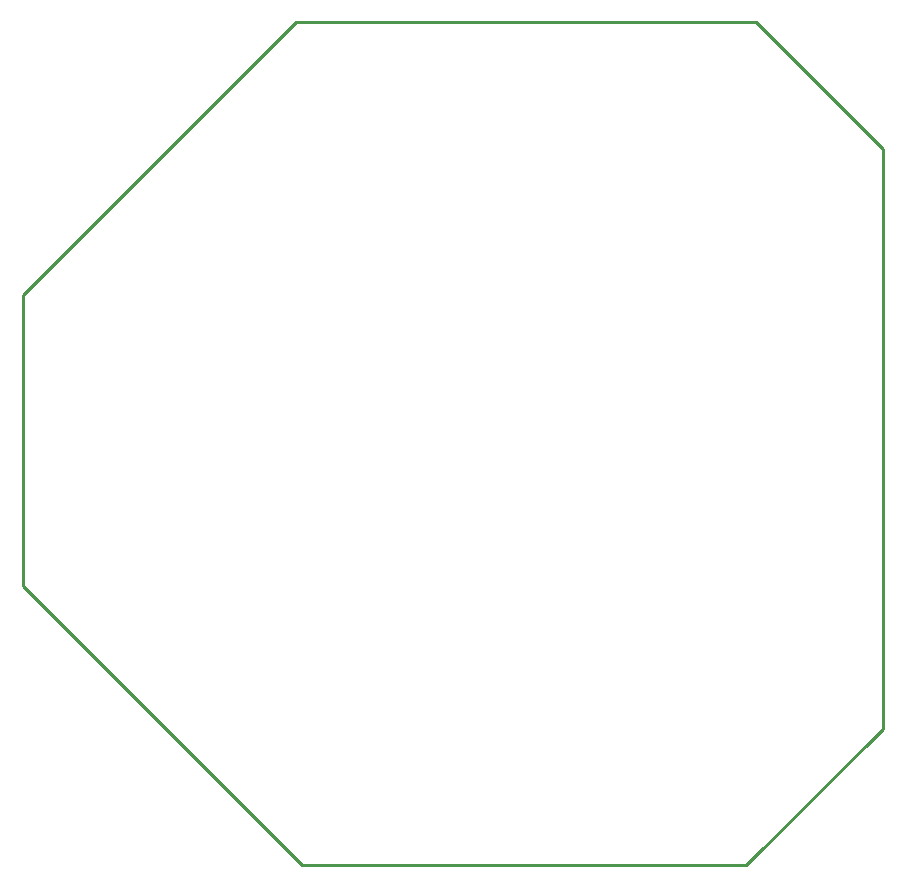
<source format=gko>
G04 Layer: BoardOutlineLayer*
G04 EasyEDA Pro v2.1.64.d1969c9c.217bcf, 2024-09-27 00:26:44*
G04 Gerber Generator version 0.3*
G04 Scale: 100 percent, Rotated: No, Reflected: No*
G04 Dimensions in millimeters*
G04 Leading zeros omitted, absolute positions, 3 integers and 5 decimals*
%FSLAX35Y35*%
%MOMM*%
%ADD10C,0.254*%
G75*


G04 PolygonModel Start*
G54D10*
G01X6429858Y7327900D02*
G01X2540000Y7327900D01*
G01X228600Y5016500D01*
G01Y2552700D01*
G01X2590800Y190500D01*
G01X6350000D01*
G01X7505700Y1346200D01*
G01Y6252058D01*
G01X6429858Y7327900D01*
G04 PolygonModel End*

M02*

</source>
